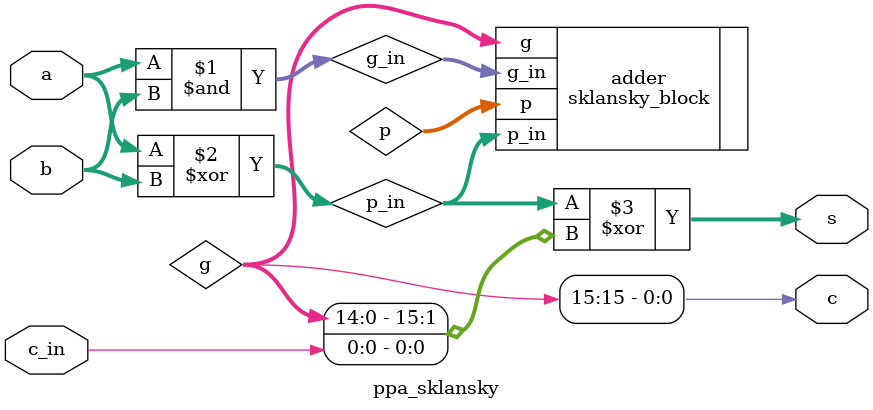
<source format=sv>
module ppa_sklansky #(
  parameter WIDTH = 16
) (
  input  logic [WIDTH-1:0] a, b,
  input  logic             c_in,
  output logic [WIDTH-1:0] s,
  output logic             c
);

  logic [WIDTH-1:0] g_in, p_in;
  /* verilator lint_off UNUSEDSIGNAL */
  logic [WIDTH-1:0] g, p;
  /* lint_on */

  // Pre-computation step
  assign g_in = a & b;
  assign p_in = a ^ b;

  // Recursive sklansky structure
  sklansky_block #(WIDTH) adder(.g_in, .p_in, .g, .p);

  // Post-computation step
  // TODO: Check for one-off error
  assign s = p_in ^ {g[WIDTH-2:0], c_in};
  assign c = g[WIDTH-1];

endmodule

</source>
